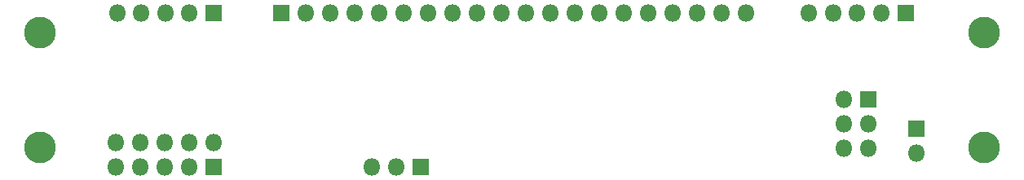
<source format=gbr>
G04 #@! TF.GenerationSoftware,KiCad,Pcbnew,(5.1.6)-1*
G04 #@! TF.CreationDate,2020-10-30T20:32:16+01:00*
G04 #@! TF.ProjectId,light-ctl,6c696768-742d-4637-946c-2e6b69636164,rev?*
G04 #@! TF.SameCoordinates,Original*
G04 #@! TF.FileFunction,Soldermask,Bot*
G04 #@! TF.FilePolarity,Negative*
%FSLAX46Y46*%
G04 Gerber Fmt 4.6, Leading zero omitted, Abs format (unit mm)*
G04 Created by KiCad (PCBNEW (5.1.6)-1) date 2020-10-30 20:32:16*
%MOMM*%
%LPD*%
G01*
G04 APERTURE LIST*
%ADD10C,3.300000*%
%ADD11O,1.800000X1.800000*%
%ADD12R,1.800000X1.800000*%
G04 APERTURE END LIST*
D10*
X104000000Y-105000000D03*
X202000000Y-105000000D03*
X202000000Y-117000000D03*
X104000000Y-117000000D03*
D11*
X112000000Y-103000000D03*
X114500000Y-103000000D03*
X117000000Y-103000000D03*
X119500000Y-103000000D03*
D12*
X122000000Y-103000000D03*
D11*
X177260000Y-103000000D03*
X174720000Y-103000000D03*
X172180000Y-103000000D03*
X169640000Y-103000000D03*
X167100000Y-103000000D03*
X164560000Y-103000000D03*
X162020000Y-103000000D03*
X159480000Y-103000000D03*
X156940000Y-103000000D03*
X154400000Y-103000000D03*
X151860000Y-103000000D03*
X149320000Y-103000000D03*
X146780000Y-103000000D03*
X144240000Y-103000000D03*
X141700000Y-103000000D03*
X139160000Y-103000000D03*
X136620000Y-103000000D03*
X134080000Y-103000000D03*
X131540000Y-103000000D03*
D12*
X129000000Y-103000000D03*
X193840000Y-103000000D03*
D11*
X191340000Y-103000000D03*
X188840000Y-103000000D03*
X186340000Y-103000000D03*
X183840000Y-103000000D03*
D12*
X122000000Y-119000000D03*
D11*
X122000000Y-116460000D03*
X119460000Y-119000000D03*
X119460000Y-116460000D03*
X116920000Y-119000000D03*
X116920000Y-116460000D03*
X114380000Y-119000000D03*
X114380000Y-116460000D03*
X111840000Y-119000000D03*
X111840000Y-116460000D03*
X138420000Y-119000000D03*
X140960000Y-119000000D03*
D12*
X143500000Y-119000000D03*
D11*
X187460000Y-117080000D03*
X190000000Y-117080000D03*
X187460000Y-114540000D03*
X190000000Y-114540000D03*
X187460000Y-112000000D03*
D12*
X190000000Y-112000000D03*
D11*
X195000000Y-117540000D03*
D12*
X195000000Y-115000000D03*
M02*

</source>
